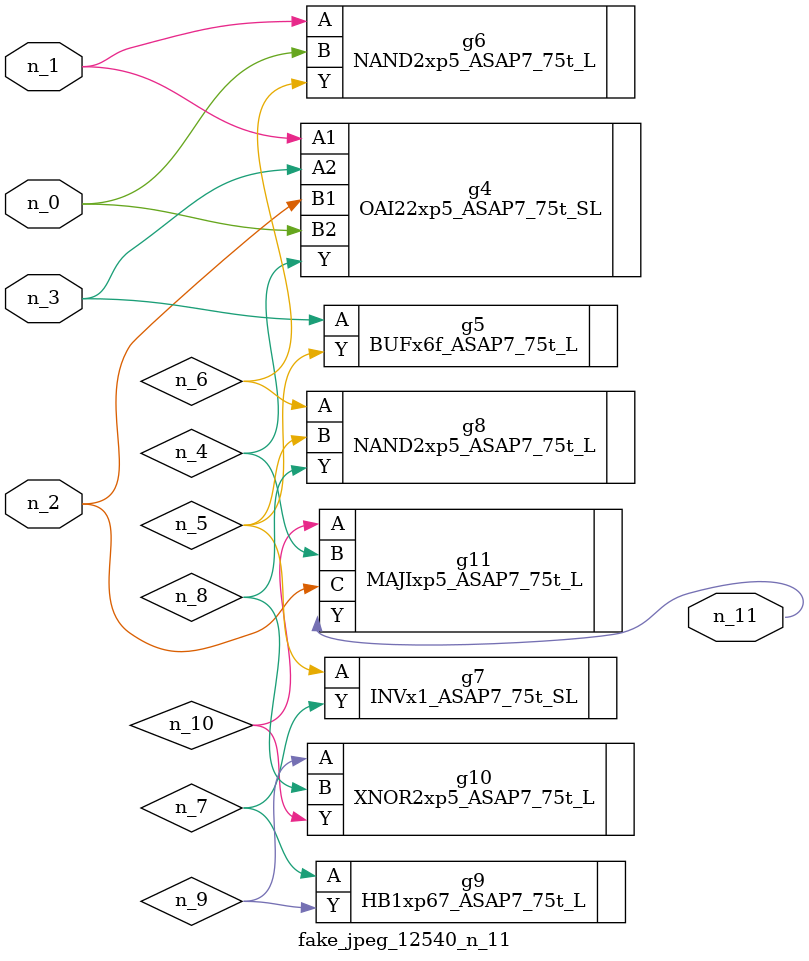
<source format=v>
module fake_jpeg_12540_n_11 (n_0, n_3, n_2, n_1, n_11);

input n_0;
input n_3;
input n_2;
input n_1;

output n_11;

wire n_10;
wire n_4;
wire n_8;
wire n_9;
wire n_6;
wire n_5;
wire n_7;

OAI22xp5_ASAP7_75t_SL g4 ( 
.A1(n_1),
.A2(n_3),
.B1(n_2),
.B2(n_0),
.Y(n_4)
);

BUFx6f_ASAP7_75t_L g5 ( 
.A(n_3),
.Y(n_5)
);

NAND2xp5_ASAP7_75t_L g6 ( 
.A(n_1),
.B(n_0),
.Y(n_6)
);

INVx1_ASAP7_75t_SL g7 ( 
.A(n_5),
.Y(n_7)
);

HB1xp67_ASAP7_75t_L g9 ( 
.A(n_7),
.Y(n_9)
);

NAND2xp5_ASAP7_75t_L g8 ( 
.A(n_6),
.B(n_5),
.Y(n_8)
);

XNOR2xp5_ASAP7_75t_L g10 ( 
.A(n_9),
.B(n_8),
.Y(n_10)
);

MAJIxp5_ASAP7_75t_L g11 ( 
.A(n_10),
.B(n_4),
.C(n_2),
.Y(n_11)
);


endmodule
</source>
